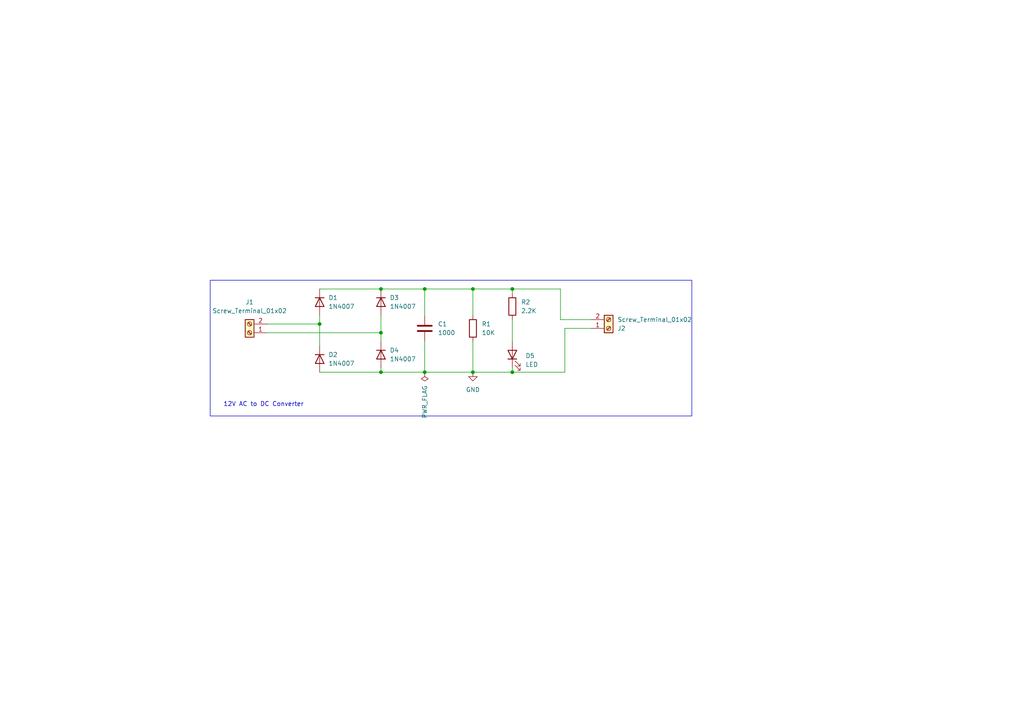
<source format=kicad_sch>
(kicad_sch
	(version 20231120)
	(generator "eeschema")
	(generator_version "8.0")
	(uuid "9e580c80-fe04-4697-8e44-9bc7bcd6dfa1")
	(paper "A4")
	(lib_symbols
		(symbol "Connector:Screw_Terminal_01x02"
			(pin_names
				(offset 1.016) hide)
			(exclude_from_sim no)
			(in_bom yes)
			(on_board yes)
			(property "Reference" "J"
				(at 0 2.54 0)
				(effects
					(font
						(size 1.27 1.27)
					)
				)
			)
			(property "Value" "Screw_Terminal_01x02"
				(at 0 -5.08 0)
				(effects
					(font
						(size 1.27 1.27)
					)
				)
			)
			(property "Footprint" ""
				(at 0 0 0)
				(effects
					(font
						(size 1.27 1.27)
					)
					(hide yes)
				)
			)
			(property "Datasheet" "~"
				(at 0 0 0)
				(effects
					(font
						(size 1.27 1.27)
					)
					(hide yes)
				)
			)
			(property "Description" "Generic screw terminal, single row, 01x02, script generated (kicad-library-utils/schlib/autogen/connector/)"
				(at 0 0 0)
				(effects
					(font
						(size 1.27 1.27)
					)
					(hide yes)
				)
			)
			(property "ki_keywords" "screw terminal"
				(at 0 0 0)
				(effects
					(font
						(size 1.27 1.27)
					)
					(hide yes)
				)
			)
			(property "ki_fp_filters" "TerminalBlock*:*"
				(at 0 0 0)
				(effects
					(font
						(size 1.27 1.27)
					)
					(hide yes)
				)
			)
			(symbol "Screw_Terminal_01x02_1_1"
				(rectangle
					(start -1.27 1.27)
					(end 1.27 -3.81)
					(stroke
						(width 0.254)
						(type default)
					)
					(fill
						(type background)
					)
				)
				(circle
					(center 0 -2.54)
					(radius 0.635)
					(stroke
						(width 0.1524)
						(type default)
					)
					(fill
						(type none)
					)
				)
				(polyline
					(pts
						(xy -0.5334 -2.2098) (xy 0.3302 -3.048)
					)
					(stroke
						(width 0.1524)
						(type default)
					)
					(fill
						(type none)
					)
				)
				(polyline
					(pts
						(xy -0.5334 0.3302) (xy 0.3302 -0.508)
					)
					(stroke
						(width 0.1524)
						(type default)
					)
					(fill
						(type none)
					)
				)
				(polyline
					(pts
						(xy -0.3556 -2.032) (xy 0.508 -2.8702)
					)
					(stroke
						(width 0.1524)
						(type default)
					)
					(fill
						(type none)
					)
				)
				(polyline
					(pts
						(xy -0.3556 0.508) (xy 0.508 -0.3302)
					)
					(stroke
						(width 0.1524)
						(type default)
					)
					(fill
						(type none)
					)
				)
				(circle
					(center 0 0)
					(radius 0.635)
					(stroke
						(width 0.1524)
						(type default)
					)
					(fill
						(type none)
					)
				)
				(pin passive line
					(at -5.08 0 0)
					(length 3.81)
					(name "Pin_1"
						(effects
							(font
								(size 1.27 1.27)
							)
						)
					)
					(number "1"
						(effects
							(font
								(size 1.27 1.27)
							)
						)
					)
				)
				(pin passive line
					(at -5.08 -2.54 0)
					(length 3.81)
					(name "Pin_2"
						(effects
							(font
								(size 1.27 1.27)
							)
						)
					)
					(number "2"
						(effects
							(font
								(size 1.27 1.27)
							)
						)
					)
				)
			)
		)
		(symbol "Device:C"
			(pin_numbers hide)
			(pin_names
				(offset 0.254)
			)
			(exclude_from_sim no)
			(in_bom yes)
			(on_board yes)
			(property "Reference" "C"
				(at 0.635 2.54 0)
				(effects
					(font
						(size 1.27 1.27)
					)
					(justify left)
				)
			)
			(property "Value" "C"
				(at 0.635 -2.54 0)
				(effects
					(font
						(size 1.27 1.27)
					)
					(justify left)
				)
			)
			(property "Footprint" ""
				(at 0.9652 -3.81 0)
				(effects
					(font
						(size 1.27 1.27)
					)
					(hide yes)
				)
			)
			(property "Datasheet" "~"
				(at 0 0 0)
				(effects
					(font
						(size 1.27 1.27)
					)
					(hide yes)
				)
			)
			(property "Description" "Unpolarized capacitor"
				(at 0 0 0)
				(effects
					(font
						(size 1.27 1.27)
					)
					(hide yes)
				)
			)
			(property "ki_keywords" "cap capacitor"
				(at 0 0 0)
				(effects
					(font
						(size 1.27 1.27)
					)
					(hide yes)
				)
			)
			(property "ki_fp_filters" "C_*"
				(at 0 0 0)
				(effects
					(font
						(size 1.27 1.27)
					)
					(hide yes)
				)
			)
			(symbol "C_0_1"
				(polyline
					(pts
						(xy -2.032 -0.762) (xy 2.032 -0.762)
					)
					(stroke
						(width 0.508)
						(type default)
					)
					(fill
						(type none)
					)
				)
				(polyline
					(pts
						(xy -2.032 0.762) (xy 2.032 0.762)
					)
					(stroke
						(width 0.508)
						(type default)
					)
					(fill
						(type none)
					)
				)
			)
			(symbol "C_1_1"
				(pin passive line
					(at 0 3.81 270)
					(length 2.794)
					(name "~"
						(effects
							(font
								(size 1.27 1.27)
							)
						)
					)
					(number "1"
						(effects
							(font
								(size 1.27 1.27)
							)
						)
					)
				)
				(pin passive line
					(at 0 -3.81 90)
					(length 2.794)
					(name "~"
						(effects
							(font
								(size 1.27 1.27)
							)
						)
					)
					(number "2"
						(effects
							(font
								(size 1.27 1.27)
							)
						)
					)
				)
			)
		)
		(symbol "Device:LED"
			(pin_numbers hide)
			(pin_names
				(offset 1.016) hide)
			(exclude_from_sim no)
			(in_bom yes)
			(on_board yes)
			(property "Reference" "D"
				(at 0 2.54 0)
				(effects
					(font
						(size 1.27 1.27)
					)
				)
			)
			(property "Value" "LED"
				(at 0 -2.54 0)
				(effects
					(font
						(size 1.27 1.27)
					)
				)
			)
			(property "Footprint" ""
				(at 0 0 0)
				(effects
					(font
						(size 1.27 1.27)
					)
					(hide yes)
				)
			)
			(property "Datasheet" "~"
				(at 0 0 0)
				(effects
					(font
						(size 1.27 1.27)
					)
					(hide yes)
				)
			)
			(property "Description" "Light emitting diode"
				(at 0 0 0)
				(effects
					(font
						(size 1.27 1.27)
					)
					(hide yes)
				)
			)
			(property "ki_keywords" "LED diode"
				(at 0 0 0)
				(effects
					(font
						(size 1.27 1.27)
					)
					(hide yes)
				)
			)
			(property "ki_fp_filters" "LED* LED_SMD:* LED_THT:*"
				(at 0 0 0)
				(effects
					(font
						(size 1.27 1.27)
					)
					(hide yes)
				)
			)
			(symbol "LED_0_1"
				(polyline
					(pts
						(xy -1.27 -1.27) (xy -1.27 1.27)
					)
					(stroke
						(width 0.254)
						(type default)
					)
					(fill
						(type none)
					)
				)
				(polyline
					(pts
						(xy -1.27 0) (xy 1.27 0)
					)
					(stroke
						(width 0)
						(type default)
					)
					(fill
						(type none)
					)
				)
				(polyline
					(pts
						(xy 1.27 -1.27) (xy 1.27 1.27) (xy -1.27 0) (xy 1.27 -1.27)
					)
					(stroke
						(width 0.254)
						(type default)
					)
					(fill
						(type none)
					)
				)
				(polyline
					(pts
						(xy -3.048 -0.762) (xy -4.572 -2.286) (xy -3.81 -2.286) (xy -4.572 -2.286) (xy -4.572 -1.524)
					)
					(stroke
						(width 0)
						(type default)
					)
					(fill
						(type none)
					)
				)
				(polyline
					(pts
						(xy -1.778 -0.762) (xy -3.302 -2.286) (xy -2.54 -2.286) (xy -3.302 -2.286) (xy -3.302 -1.524)
					)
					(stroke
						(width 0)
						(type default)
					)
					(fill
						(type none)
					)
				)
			)
			(symbol "LED_1_1"
				(pin passive line
					(at -3.81 0 0)
					(length 2.54)
					(name "K"
						(effects
							(font
								(size 1.27 1.27)
							)
						)
					)
					(number "1"
						(effects
							(font
								(size 1.27 1.27)
							)
						)
					)
				)
				(pin passive line
					(at 3.81 0 180)
					(length 2.54)
					(name "A"
						(effects
							(font
								(size 1.27 1.27)
							)
						)
					)
					(number "2"
						(effects
							(font
								(size 1.27 1.27)
							)
						)
					)
				)
			)
		)
		(symbol "Device:R"
			(pin_numbers hide)
			(pin_names
				(offset 0)
			)
			(exclude_from_sim no)
			(in_bom yes)
			(on_board yes)
			(property "Reference" "R"
				(at 2.032 0 90)
				(effects
					(font
						(size 1.27 1.27)
					)
				)
			)
			(property "Value" "R"
				(at 0 0 90)
				(effects
					(font
						(size 1.27 1.27)
					)
				)
			)
			(property "Footprint" ""
				(at -1.778 0 90)
				(effects
					(font
						(size 1.27 1.27)
					)
					(hide yes)
				)
			)
			(property "Datasheet" "~"
				(at 0 0 0)
				(effects
					(font
						(size 1.27 1.27)
					)
					(hide yes)
				)
			)
			(property "Description" "Resistor"
				(at 0 0 0)
				(effects
					(font
						(size 1.27 1.27)
					)
					(hide yes)
				)
			)
			(property "ki_keywords" "R res resistor"
				(at 0 0 0)
				(effects
					(font
						(size 1.27 1.27)
					)
					(hide yes)
				)
			)
			(property "ki_fp_filters" "R_*"
				(at 0 0 0)
				(effects
					(font
						(size 1.27 1.27)
					)
					(hide yes)
				)
			)
			(symbol "R_0_1"
				(rectangle
					(start -1.016 -2.54)
					(end 1.016 2.54)
					(stroke
						(width 0.254)
						(type default)
					)
					(fill
						(type none)
					)
				)
			)
			(symbol "R_1_1"
				(pin passive line
					(at 0 3.81 270)
					(length 1.27)
					(name "~"
						(effects
							(font
								(size 1.27 1.27)
							)
						)
					)
					(number "1"
						(effects
							(font
								(size 1.27 1.27)
							)
						)
					)
				)
				(pin passive line
					(at 0 -3.81 90)
					(length 1.27)
					(name "~"
						(effects
							(font
								(size 1.27 1.27)
							)
						)
					)
					(number "2"
						(effects
							(font
								(size 1.27 1.27)
							)
						)
					)
				)
			)
		)
		(symbol "Diode:1N4007"
			(pin_numbers hide)
			(pin_names hide)
			(exclude_from_sim no)
			(in_bom yes)
			(on_board yes)
			(property "Reference" "D"
				(at 0 2.54 0)
				(effects
					(font
						(size 1.27 1.27)
					)
				)
			)
			(property "Value" "1N4007"
				(at 0 -2.54 0)
				(effects
					(font
						(size 1.27 1.27)
					)
				)
			)
			(property "Footprint" "Diode_THT:D_DO-41_SOD81_P10.16mm_Horizontal"
				(at 0 -4.445 0)
				(effects
					(font
						(size 1.27 1.27)
					)
					(hide yes)
				)
			)
			(property "Datasheet" "http://www.vishay.com/docs/88503/1n4001.pdf"
				(at 0 0 0)
				(effects
					(font
						(size 1.27 1.27)
					)
					(hide yes)
				)
			)
			(property "Description" "1000V 1A General Purpose Rectifier Diode, DO-41"
				(at 0 0 0)
				(effects
					(font
						(size 1.27 1.27)
					)
					(hide yes)
				)
			)
			(property "Sim.Device" "D"
				(at 0 0 0)
				(effects
					(font
						(size 1.27 1.27)
					)
					(hide yes)
				)
			)
			(property "Sim.Pins" "1=K 2=A"
				(at 0 0 0)
				(effects
					(font
						(size 1.27 1.27)
					)
					(hide yes)
				)
			)
			(property "ki_keywords" "diode"
				(at 0 0 0)
				(effects
					(font
						(size 1.27 1.27)
					)
					(hide yes)
				)
			)
			(property "ki_fp_filters" "D*DO?41*"
				(at 0 0 0)
				(effects
					(font
						(size 1.27 1.27)
					)
					(hide yes)
				)
			)
			(symbol "1N4007_0_1"
				(polyline
					(pts
						(xy -1.27 1.27) (xy -1.27 -1.27)
					)
					(stroke
						(width 0.254)
						(type default)
					)
					(fill
						(type none)
					)
				)
				(polyline
					(pts
						(xy 1.27 0) (xy -1.27 0)
					)
					(stroke
						(width 0)
						(type default)
					)
					(fill
						(type none)
					)
				)
				(polyline
					(pts
						(xy 1.27 1.27) (xy 1.27 -1.27) (xy -1.27 0) (xy 1.27 1.27)
					)
					(stroke
						(width 0.254)
						(type default)
					)
					(fill
						(type none)
					)
				)
			)
			(symbol "1N4007_1_1"
				(pin passive line
					(at -3.81 0 0)
					(length 2.54)
					(name "K"
						(effects
							(font
								(size 1.27 1.27)
							)
						)
					)
					(number "1"
						(effects
							(font
								(size 1.27 1.27)
							)
						)
					)
				)
				(pin passive line
					(at 3.81 0 180)
					(length 2.54)
					(name "A"
						(effects
							(font
								(size 1.27 1.27)
							)
						)
					)
					(number "2"
						(effects
							(font
								(size 1.27 1.27)
							)
						)
					)
				)
			)
		)
		(symbol "power:GND"
			(power)
			(pin_numbers hide)
			(pin_names
				(offset 0) hide)
			(exclude_from_sim no)
			(in_bom yes)
			(on_board yes)
			(property "Reference" "#PWR"
				(at 0 -6.35 0)
				(effects
					(font
						(size 1.27 1.27)
					)
					(hide yes)
				)
			)
			(property "Value" "GND"
				(at 0 -3.81 0)
				(effects
					(font
						(size 1.27 1.27)
					)
				)
			)
			(property "Footprint" ""
				(at 0 0 0)
				(effects
					(font
						(size 1.27 1.27)
					)
					(hide yes)
				)
			)
			(property "Datasheet" ""
				(at 0 0 0)
				(effects
					(font
						(size 1.27 1.27)
					)
					(hide yes)
				)
			)
			(property "Description" "Power symbol creates a global label with name \"GND\" , ground"
				(at 0 0 0)
				(effects
					(font
						(size 1.27 1.27)
					)
					(hide yes)
				)
			)
			(property "ki_keywords" "global power"
				(at 0 0 0)
				(effects
					(font
						(size 1.27 1.27)
					)
					(hide yes)
				)
			)
			(symbol "GND_0_1"
				(polyline
					(pts
						(xy 0 0) (xy 0 -1.27) (xy 1.27 -1.27) (xy 0 -2.54) (xy -1.27 -1.27) (xy 0 -1.27)
					)
					(stroke
						(width 0)
						(type default)
					)
					(fill
						(type none)
					)
				)
			)
			(symbol "GND_1_1"
				(pin power_in line
					(at 0 0 270)
					(length 0)
					(name "~"
						(effects
							(font
								(size 1.27 1.27)
							)
						)
					)
					(number "1"
						(effects
							(font
								(size 1.27 1.27)
							)
						)
					)
				)
			)
		)
		(symbol "power:PWR_FLAG"
			(power)
			(pin_numbers hide)
			(pin_names
				(offset 0) hide)
			(exclude_from_sim no)
			(in_bom yes)
			(on_board yes)
			(property "Reference" "#FLG"
				(at 0 1.905 0)
				(effects
					(font
						(size 1.27 1.27)
					)
					(hide yes)
				)
			)
			(property "Value" "PWR_FLAG"
				(at 0 3.81 0)
				(effects
					(font
						(size 1.27 1.27)
					)
				)
			)
			(property "Footprint" ""
				(at 0 0 0)
				(effects
					(font
						(size 1.27 1.27)
					)
					(hide yes)
				)
			)
			(property "Datasheet" "~"
				(at 0 0 0)
				(effects
					(font
						(size 1.27 1.27)
					)
					(hide yes)
				)
			)
			(property "Description" "Special symbol for telling ERC where power comes from"
				(at 0 0 0)
				(effects
					(font
						(size 1.27 1.27)
					)
					(hide yes)
				)
			)
			(property "ki_keywords" "flag power"
				(at 0 0 0)
				(effects
					(font
						(size 1.27 1.27)
					)
					(hide yes)
				)
			)
			(symbol "PWR_FLAG_0_0"
				(pin power_out line
					(at 0 0 90)
					(length 0)
					(name "~"
						(effects
							(font
								(size 1.27 1.27)
							)
						)
					)
					(number "1"
						(effects
							(font
								(size 1.27 1.27)
							)
						)
					)
				)
			)
			(symbol "PWR_FLAG_0_1"
				(polyline
					(pts
						(xy 0 0) (xy 0 1.27) (xy -1.016 1.905) (xy 0 2.54) (xy 1.016 1.905) (xy 0 1.27)
					)
					(stroke
						(width 0)
						(type default)
					)
					(fill
						(type none)
					)
				)
			)
		)
	)
	(junction
		(at 110.49 107.95)
		(diameter 0)
		(color 0 0 0 0)
		(uuid "081f69dd-c014-4192-9b1b-8455a309c049")
	)
	(junction
		(at 110.49 83.82)
		(diameter 0)
		(color 0 0 0 0)
		(uuid "1519b377-57ac-49a6-971a-aa889260baea")
	)
	(junction
		(at 137.16 83.82)
		(diameter 0)
		(color 0 0 0 0)
		(uuid "1781fb5b-aa97-46af-9ed0-5793cdc5dd4e")
	)
	(junction
		(at 92.71 93.98)
		(diameter 0)
		(color 0 0 0 0)
		(uuid "21f7274f-7f12-4e22-8938-81b5582f8c5b")
	)
	(junction
		(at 148.59 107.95)
		(diameter 0)
		(color 0 0 0 0)
		(uuid "584d345a-d6f3-402c-b2e4-3fe2003246c7")
	)
	(junction
		(at 110.49 96.52)
		(diameter 0)
		(color 0 0 0 0)
		(uuid "892cc4ff-d7c3-4e2f-9544-cb218261b0ed")
	)
	(junction
		(at 123.19 83.82)
		(diameter 0)
		(color 0 0 0 0)
		(uuid "baa2416d-f180-4f98-9cde-40e2018f5a98")
	)
	(junction
		(at 137.16 107.95)
		(diameter 0)
		(color 0 0 0 0)
		(uuid "cfe78c42-51b2-4e4d-ad78-de154b975c08")
	)
	(junction
		(at 148.59 83.82)
		(diameter 0)
		(color 0 0 0 0)
		(uuid "d7c9a477-d437-46a2-9f6b-e112468cbc4a")
	)
	(junction
		(at 123.19 107.95)
		(diameter 0)
		(color 0 0 0 0)
		(uuid "fcc11fdb-e8aa-48eb-b9a5-f19ceb0d26ba")
	)
	(wire
		(pts
			(xy 92.71 83.82) (xy 110.49 83.82)
		)
		(stroke
			(width 0)
			(type default)
		)
		(uuid "00b38a3f-0626-4eb6-b9a1-0dbf1284d399")
	)
	(wire
		(pts
			(xy 163.83 95.25) (xy 171.45 95.25)
		)
		(stroke
			(width 0)
			(type default)
		)
		(uuid "01ee602d-cb6a-4ae6-90a7-9139b0175d4c")
	)
	(wire
		(pts
			(xy 123.19 107.95) (xy 137.16 107.95)
		)
		(stroke
			(width 0)
			(type default)
		)
		(uuid "0aedccc3-24ac-4dcb-a13f-e98fca42755b")
	)
	(wire
		(pts
			(xy 110.49 106.68) (xy 110.49 107.95)
		)
		(stroke
			(width 0)
			(type default)
		)
		(uuid "0c4c29a2-5e09-4320-9f40-0beaf183a33c")
	)
	(wire
		(pts
			(xy 77.47 93.98) (xy 92.71 93.98)
		)
		(stroke
			(width 0)
			(type default)
		)
		(uuid "0fd04baf-ecb6-4d00-a5a6-17c8be62e808")
	)
	(wire
		(pts
			(xy 123.19 83.82) (xy 123.19 91.44)
		)
		(stroke
			(width 0)
			(type default)
		)
		(uuid "2456134a-75cf-4a6b-ae24-84e4b7eda2e8")
	)
	(wire
		(pts
			(xy 137.16 107.95) (xy 148.59 107.95)
		)
		(stroke
			(width 0)
			(type default)
		)
		(uuid "27fdaf00-81fc-469d-a187-cfec3fc86c30")
	)
	(wire
		(pts
			(xy 77.47 96.52) (xy 110.49 96.52)
		)
		(stroke
			(width 0)
			(type default)
		)
		(uuid "31467350-c8c8-468b-969e-477286c24959")
	)
	(wire
		(pts
			(xy 162.56 92.71) (xy 171.45 92.71)
		)
		(stroke
			(width 0)
			(type default)
		)
		(uuid "3210e4d9-2360-4b3e-b5f0-90f2a57c4d96")
	)
	(wire
		(pts
			(xy 92.71 93.98) (xy 92.71 100.33)
		)
		(stroke
			(width 0)
			(type default)
		)
		(uuid "3ac20399-75de-4338-aaec-033e4546f5ea")
	)
	(wire
		(pts
			(xy 110.49 91.44) (xy 110.49 96.52)
		)
		(stroke
			(width 0)
			(type default)
		)
		(uuid "3d68c454-9bf0-44b0-8ad5-1ffacb940b16")
	)
	(wire
		(pts
			(xy 110.49 107.95) (xy 123.19 107.95)
		)
		(stroke
			(width 0)
			(type default)
		)
		(uuid "4d9a0922-5bb6-4ac5-ba9d-ff61fb1c711e")
	)
	(wire
		(pts
			(xy 92.71 91.44) (xy 92.71 93.98)
		)
		(stroke
			(width 0)
			(type default)
		)
		(uuid "5346dc5c-3022-4127-add5-22ffc0fa1b8a")
	)
	(wire
		(pts
			(xy 148.59 107.95) (xy 163.83 107.95)
		)
		(stroke
			(width 0)
			(type default)
		)
		(uuid "5d1faceb-ad96-4ace-b08a-4be91631a33b")
	)
	(wire
		(pts
			(xy 148.59 107.95) (xy 148.59 106.68)
		)
		(stroke
			(width 0)
			(type default)
		)
		(uuid "61c2af81-0746-4bf5-a06c-5b071ed12f0e")
	)
	(wire
		(pts
			(xy 110.49 83.82) (xy 123.19 83.82)
		)
		(stroke
			(width 0)
			(type default)
		)
		(uuid "7624d8fb-39fc-4f12-8db3-8636e0418cbc")
	)
	(wire
		(pts
			(xy 137.16 99.06) (xy 137.16 107.95)
		)
		(stroke
			(width 0)
			(type default)
		)
		(uuid "8f74f4e6-e359-4598-bb1f-29ac46bbd4a0")
	)
	(wire
		(pts
			(xy 123.19 83.82) (xy 137.16 83.82)
		)
		(stroke
			(width 0)
			(type default)
		)
		(uuid "9948b62e-9328-42b9-86f8-a2661bcba16a")
	)
	(wire
		(pts
			(xy 163.83 107.95) (xy 163.83 95.25)
		)
		(stroke
			(width 0)
			(type default)
		)
		(uuid "a12b08ae-d1a8-4a9a-96d5-5f5345b6eee3")
	)
	(wire
		(pts
			(xy 148.59 83.82) (xy 162.56 83.82)
		)
		(stroke
			(width 0)
			(type default)
		)
		(uuid "aab679da-9df5-4945-a074-58537470f4a7")
	)
	(wire
		(pts
			(xy 137.16 83.82) (xy 137.16 91.44)
		)
		(stroke
			(width 0)
			(type default)
		)
		(uuid "ada573f5-5404-4b91-908b-ea2924faf86b")
	)
	(wire
		(pts
			(xy 148.59 83.82) (xy 148.59 85.09)
		)
		(stroke
			(width 0)
			(type default)
		)
		(uuid "b5a67198-299c-478a-b5fd-61543f35e51b")
	)
	(wire
		(pts
			(xy 92.71 107.95) (xy 110.49 107.95)
		)
		(stroke
			(width 0)
			(type default)
		)
		(uuid "bf44ebc8-baa9-44da-a828-69a9a944c052")
	)
	(wire
		(pts
			(xy 137.16 83.82) (xy 148.59 83.82)
		)
		(stroke
			(width 0)
			(type default)
		)
		(uuid "d21ba34d-d833-4a17-89c5-5d530299c857")
	)
	(wire
		(pts
			(xy 123.19 99.06) (xy 123.19 107.95)
		)
		(stroke
			(width 0)
			(type default)
		)
		(uuid "d7c3e400-ed66-47b2-9270-3477871cbaea")
	)
	(wire
		(pts
			(xy 148.59 92.71) (xy 148.59 99.06)
		)
		(stroke
			(width 0)
			(type default)
		)
		(uuid "ddccea9f-e67c-48d3-8048-f48043963af7")
	)
	(wire
		(pts
			(xy 162.56 83.82) (xy 162.56 92.71)
		)
		(stroke
			(width 0)
			(type default)
		)
		(uuid "f3e0d760-8940-4011-8463-787132148c4e")
	)
	(wire
		(pts
			(xy 110.49 96.52) (xy 110.49 99.06)
		)
		(stroke
			(width 0)
			(type default)
		)
		(uuid "fbe4859a-0fde-4a85-a00b-1d785cb6ed81")
	)
	(rectangle
		(start 60.96 81.28)
		(end 200.66 120.65)
		(stroke
			(width 0)
			(type default)
		)
		(fill
			(type none)
		)
		(uuid 0b1ff46c-8690-4b89-b44f-6b47057b2d43)
	)
	(text "12V AC to DC Converter"
		(exclude_from_sim no)
		(at 76.454 117.348 0)
		(effects
			(font
				(size 1.27 1.27)
			)
		)
		(uuid "5a260ef4-ce9e-451f-a87d-a792be44e93b")
	)
	(symbol
		(lib_id "Device:C")
		(at 123.19 95.25 0)
		(unit 1)
		(exclude_from_sim no)
		(in_bom yes)
		(on_board yes)
		(dnp no)
		(fields_autoplaced yes)
		(uuid "0a8c0c76-1a40-4eb6-871b-44ac12f347db")
		(property "Reference" "C1"
			(at 127 93.9799 0)
			(effects
				(font
					(size 1.27 1.27)
				)
				(justify left)
			)
		)
		(property "Value" "1000"
			(at 127 96.5199 0)
			(effects
				(font
					(size 1.27 1.27)
				)
				(justify left)
			)
		)
		(property "Footprint" "Capacitor_THT:CP_Radial_D8.0mm_P2.50mm"
			(at 124.1552 99.06 0)
			(effects
				(font
					(size 1.27 1.27)
				)
				(hide yes)
			)
		)
		(property "Datasheet" "~"
			(at 123.19 95.25 0)
			(effects
				(font
					(size 1.27 1.27)
				)
				(hide yes)
			)
		)
		(property "Description" "Unpolarized capacitor"
			(at 123.19 95.25 0)
			(effects
				(font
					(size 1.27 1.27)
				)
				(hide yes)
			)
		)
		(pin "2"
			(uuid "21a359cf-f5af-4e1a-9378-b6c448bd42de")
		)
		(pin "1"
			(uuid "3e4f63c4-6951-4902-9df3-2a8ee91baac2")
		)
		(instances
			(project ""
				(path "/9e580c80-fe04-4697-8e44-9bc7bcd6dfa1"
					(reference "C1")
					(unit 1)
				)
			)
		)
	)
	(symbol
		(lib_id "Diode:1N4007")
		(at 110.49 102.87 270)
		(unit 1)
		(exclude_from_sim no)
		(in_bom yes)
		(on_board yes)
		(dnp no)
		(fields_autoplaced yes)
		(uuid "167a9464-2eb9-4444-88f1-02853f8be105")
		(property "Reference" "D4"
			(at 113.03 101.5999 90)
			(effects
				(font
					(size 1.27 1.27)
				)
				(justify left)
			)
		)
		(property "Value" "1N4007"
			(at 113.03 104.1399 90)
			(effects
				(font
					(size 1.27 1.27)
				)
				(justify left)
			)
		)
		(property "Footprint" "Diode_THT:D_DO-41_SOD81_P10.16mm_Horizontal"
			(at 106.045 102.87 0)
			(effects
				(font
					(size 1.27 1.27)
				)
				(hide yes)
			)
		)
		(property "Datasheet" "http://www.vishay.com/docs/88503/1n4001.pdf"
			(at 110.49 102.87 0)
			(effects
				(font
					(size 1.27 1.27)
				)
				(hide yes)
			)
		)
		(property "Description" "1000V 1A General Purpose Rectifier Diode, DO-41"
			(at 110.49 102.87 0)
			(effects
				(font
					(size 1.27 1.27)
				)
				(hide yes)
			)
		)
		(property "Sim.Device" "D"
			(at 110.49 102.87 0)
			(effects
				(font
					(size 1.27 1.27)
				)
				(hide yes)
			)
		)
		(property "Sim.Pins" "1=K 2=A"
			(at 110.49 102.87 0)
			(effects
				(font
					(size 1.27 1.27)
				)
				(hide yes)
			)
		)
		(pin "2"
			(uuid "d842e31a-6073-4f93-b5c6-cd6931c7b197")
		)
		(pin "1"
			(uuid "e1bd7106-6f97-412c-9c7e-3e2002607b4b")
		)
		(instances
			(project "AC to DC Converter"
				(path "/9e580c80-fe04-4697-8e44-9bc7bcd6dfa1"
					(reference "D4")
					(unit 1)
				)
			)
		)
	)
	(symbol
		(lib_id "Device:LED")
		(at 148.59 102.87 90)
		(unit 1)
		(exclude_from_sim no)
		(in_bom yes)
		(on_board yes)
		(dnp no)
		(fields_autoplaced yes)
		(uuid "4d9ee8e1-5e84-45ea-9cee-3b73ef2cbb1d")
		(property "Reference" "D5"
			(at 152.4 103.1874 90)
			(effects
				(font
					(size 1.27 1.27)
				)
				(justify right)
			)
		)
		(property "Value" "LED"
			(at 152.4 105.7274 90)
			(effects
				(font
					(size 1.27 1.27)
				)
				(justify right)
			)
		)
		(property "Footprint" "LED_THT:LED_D5.0mm"
			(at 148.59 102.87 0)
			(effects
				(font
					(size 1.27 1.27)
				)
				(hide yes)
			)
		)
		(property "Datasheet" "~"
			(at 148.59 102.87 0)
			(effects
				(font
					(size 1.27 1.27)
				)
				(hide yes)
			)
		)
		(property "Description" "Light emitting diode"
			(at 148.59 102.87 0)
			(effects
				(font
					(size 1.27 1.27)
				)
				(hide yes)
			)
		)
		(pin "2"
			(uuid "b0de806c-9b91-4990-857d-a1372fa0c976")
		)
		(pin "1"
			(uuid "7901b423-1317-4efa-bbf4-60c1e86df318")
		)
		(instances
			(project ""
				(path "/9e580c80-fe04-4697-8e44-9bc7bcd6dfa1"
					(reference "D5")
					(unit 1)
				)
			)
		)
	)
	(symbol
		(lib_id "Connector:Screw_Terminal_01x02")
		(at 72.39 96.52 180)
		(unit 1)
		(exclude_from_sim no)
		(in_bom yes)
		(on_board yes)
		(dnp no)
		(fields_autoplaced yes)
		(uuid "55714021-789f-4f32-86d6-353e0a4d1f9e")
		(property "Reference" "J1"
			(at 72.39 87.63 0)
			(effects
				(font
					(size 1.27 1.27)
				)
			)
		)
		(property "Value" "Screw_Terminal_01x02"
			(at 72.39 90.17 0)
			(effects
				(font
					(size 1.27 1.27)
				)
			)
		)
		(property "Footprint" "TerminalBlock:TerminalBlock_bornier-2_P5.08mm"
			(at 72.39 96.52 0)
			(effects
				(font
					(size 1.27 1.27)
				)
				(hide yes)
			)
		)
		(property "Datasheet" "~"
			(at 72.39 96.52 0)
			(effects
				(font
					(size 1.27 1.27)
				)
				(hide yes)
			)
		)
		(property "Description" "Generic screw terminal, single row, 01x02, script generated (kicad-library-utils/schlib/autogen/connector/)"
			(at 72.39 96.52 0)
			(effects
				(font
					(size 1.27 1.27)
				)
				(hide yes)
			)
		)
		(pin "2"
			(uuid "99d8f995-6c60-4f85-a14e-aaa4bbdc1a41")
		)
		(pin "1"
			(uuid "8ecfdd7a-9efd-4983-a2ff-3456a88cd325")
		)
		(instances
			(project ""
				(path "/9e580c80-fe04-4697-8e44-9bc7bcd6dfa1"
					(reference "J1")
					(unit 1)
				)
			)
		)
	)
	(symbol
		(lib_id "Diode:1N4007")
		(at 92.71 104.14 270)
		(unit 1)
		(exclude_from_sim no)
		(in_bom yes)
		(on_board yes)
		(dnp no)
		(fields_autoplaced yes)
		(uuid "649cbfce-963e-46ce-ac54-e1478d3eb9e7")
		(property "Reference" "D2"
			(at 95.25 102.8699 90)
			(effects
				(font
					(size 1.27 1.27)
				)
				(justify left)
			)
		)
		(property "Value" "1N4007"
			(at 95.25 105.4099 90)
			(effects
				(font
					(size 1.27 1.27)
				)
				(justify left)
			)
		)
		(property "Footprint" "Diode_THT:D_DO-41_SOD81_P10.16mm_Horizontal"
			(at 88.265 104.14 0)
			(effects
				(font
					(size 1.27 1.27)
				)
				(hide yes)
			)
		)
		(property "Datasheet" "http://www.vishay.com/docs/88503/1n4001.pdf"
			(at 92.71 104.14 0)
			(effects
				(font
					(size 1.27 1.27)
				)
				(hide yes)
			)
		)
		(property "Description" "1000V 1A General Purpose Rectifier Diode, DO-41"
			(at 92.71 104.14 0)
			(effects
				(font
					(size 1.27 1.27)
				)
				(hide yes)
			)
		)
		(property "Sim.Device" "D"
			(at 92.71 104.14 0)
			(effects
				(font
					(size 1.27 1.27)
				)
				(hide yes)
			)
		)
		(property "Sim.Pins" "1=K 2=A"
			(at 92.71 104.14 0)
			(effects
				(font
					(size 1.27 1.27)
				)
				(hide yes)
			)
		)
		(pin "2"
			(uuid "275fa9c6-1c79-42e7-a08a-3280596987d9")
		)
		(pin "1"
			(uuid "f540e5ad-5fbe-464c-8012-c5d2c5c67624")
		)
		(instances
			(project "AC to DC Converter"
				(path "/9e580c80-fe04-4697-8e44-9bc7bcd6dfa1"
					(reference "D2")
					(unit 1)
				)
			)
		)
	)
	(symbol
		(lib_id "Diode:1N4007")
		(at 92.71 87.63 270)
		(unit 1)
		(exclude_from_sim no)
		(in_bom yes)
		(on_board yes)
		(dnp no)
		(fields_autoplaced yes)
		(uuid "68f4f305-b0de-48ea-8465-3faba0ea49c4")
		(property "Reference" "D1"
			(at 95.25 86.3599 90)
			(effects
				(font
					(size 1.27 1.27)
				)
				(justify left)
			)
		)
		(property "Value" "1N4007"
			(at 95.25 88.8999 90)
			(effects
				(font
					(size 1.27 1.27)
				)
				(justify left)
			)
		)
		(property "Footprint" "Diode_THT:D_DO-41_SOD81_P10.16mm_Horizontal"
			(at 88.265 87.63 0)
			(effects
				(font
					(size 1.27 1.27)
				)
				(hide yes)
			)
		)
		(property "Datasheet" "http://www.vishay.com/docs/88503/1n4001.pdf"
			(at 92.71 87.63 0)
			(effects
				(font
					(size 1.27 1.27)
				)
				(hide yes)
			)
		)
		(property "Description" "1000V 1A General Purpose Rectifier Diode, DO-41"
			(at 92.71 87.63 0)
			(effects
				(font
					(size 1.27 1.27)
				)
				(hide yes)
			)
		)
		(property "Sim.Device" "D"
			(at 92.71 87.63 0)
			(effects
				(font
					(size 1.27 1.27)
				)
				(hide yes)
			)
		)
		(property "Sim.Pins" "1=K 2=A"
			(at 92.71 87.63 0)
			(effects
				(font
					(size 1.27 1.27)
				)
				(hide yes)
			)
		)
		(pin "2"
			(uuid "e222e958-e5b8-4336-8090-42755723b681")
		)
		(pin "1"
			(uuid "d0a712bf-3b93-4143-baf7-97e462b37195")
		)
		(instances
			(project ""
				(path "/9e580c80-fe04-4697-8e44-9bc7bcd6dfa1"
					(reference "D1")
					(unit 1)
				)
			)
		)
	)
	(symbol
		(lib_id "power:PWR_FLAG")
		(at 123.19 107.95 0)
		(mirror x)
		(unit 1)
		(exclude_from_sim no)
		(in_bom yes)
		(on_board yes)
		(dnp no)
		(uuid "7266e299-dc3f-457c-ba32-409219a9341e")
		(property "Reference" "#FLG01"
			(at 123.19 109.855 0)
			(effects
				(font
					(size 1.27 1.27)
				)
				(hide yes)
			)
		)
		(property "Value" "PWR_FLAG"
			(at 123.1899 111.76 90)
			(effects
				(font
					(size 1.27 1.27)
				)
				(justify left)
			)
		)
		(property "Footprint" ""
			(at 123.19 107.95 0)
			(effects
				(font
					(size 1.27 1.27)
				)
				(hide yes)
			)
		)
		(property "Datasheet" "~"
			(at 123.19 107.95 0)
			(effects
				(font
					(size 1.27 1.27)
				)
				(hide yes)
			)
		)
		(property "Description" "Special symbol for telling ERC where power comes from"
			(at 123.19 107.95 0)
			(effects
				(font
					(size 1.27 1.27)
				)
				(hide yes)
			)
		)
		(pin "1"
			(uuid "d787e5be-1d68-4956-8b48-e515d9ab2d19")
		)
		(instances
			(project ""
				(path "/9e580c80-fe04-4697-8e44-9bc7bcd6dfa1"
					(reference "#FLG01")
					(unit 1)
				)
			)
		)
	)
	(symbol
		(lib_id "Diode:1N4007")
		(at 110.49 87.63 270)
		(unit 1)
		(exclude_from_sim no)
		(in_bom yes)
		(on_board yes)
		(dnp no)
		(fields_autoplaced yes)
		(uuid "8be9a378-d8ed-4286-b3a3-7e50a7129c20")
		(property "Reference" "D3"
			(at 113.03 86.3599 90)
			(effects
				(font
					(size 1.27 1.27)
				)
				(justify left)
			)
		)
		(property "Value" "1N4007"
			(at 113.03 88.8999 90)
			(effects
				(font
					(size 1.27 1.27)
				)
				(justify left)
			)
		)
		(property "Footprint" "Diode_THT:D_DO-41_SOD81_P10.16mm_Horizontal"
			(at 106.045 87.63 0)
			(effects
				(font
					(size 1.27 1.27)
				)
				(hide yes)
			)
		)
		(property "Datasheet" "http://www.vishay.com/docs/88503/1n4001.pdf"
			(at 110.49 87.63 0)
			(effects
				(font
					(size 1.27 1.27)
				)
				(hide yes)
			)
		)
		(property "Description" "1000V 1A General Purpose Rectifier Diode, DO-41"
			(at 110.49 87.63 0)
			(effects
				(font
					(size 1.27 1.27)
				)
				(hide yes)
			)
		)
		(property "Sim.Device" "D"
			(at 110.49 87.63 0)
			(effects
				(font
					(size 1.27 1.27)
				)
				(hide yes)
			)
		)
		(property "Sim.Pins" "1=K 2=A"
			(at 110.49 87.63 0)
			(effects
				(font
					(size 1.27 1.27)
				)
				(hide yes)
			)
		)
		(pin "2"
			(uuid "adbf688f-67f9-455b-b9a9-261c1d4300ef")
		)
		(pin "1"
			(uuid "912ecc4a-8636-450a-a4d3-c8d5c4904ee5")
		)
		(instances
			(project "AC to DC Converter"
				(path "/9e580c80-fe04-4697-8e44-9bc7bcd6dfa1"
					(reference "D3")
					(unit 1)
				)
			)
		)
	)
	(symbol
		(lib_id "Device:R")
		(at 137.16 95.25 0)
		(unit 1)
		(exclude_from_sim no)
		(in_bom yes)
		(on_board yes)
		(dnp no)
		(fields_autoplaced yes)
		(uuid "8e8de5b9-f16e-4def-8913-3d96435897fb")
		(property "Reference" "R1"
			(at 139.7 93.9799 0)
			(effects
				(font
					(size 1.27 1.27)
				)
				(justify left)
			)
		)
		(property "Value" "10K"
			(at 139.7 96.5199 0)
			(effects
				(font
					(size 1.27 1.27)
				)
				(justify left)
			)
		)
		(property "Footprint" "Resistor_THT:R_Axial_DIN0204_L3.6mm_D1.6mm_P7.62mm_Horizontal"
			(at 135.382 95.25 90)
			(effects
				(font
					(size 1.27 1.27)
				)
				(hide yes)
			)
		)
		(property "Datasheet" "~"
			(at 137.16 95.25 0)
			(effects
				(font
					(size 1.27 1.27)
				)
				(hide yes)
			)
		)
		(property "Description" "Resistor"
			(at 137.16 95.25 0)
			(effects
				(font
					(size 1.27 1.27)
				)
				(hide yes)
			)
		)
		(pin "2"
			(uuid "a5a50875-b642-4a43-843a-9a1d7dbfdd2e")
		)
		(pin "1"
			(uuid "12287a70-82ef-4f67-8d15-82f46ceb1653")
		)
		(instances
			(project ""
				(path "/9e580c80-fe04-4697-8e44-9bc7bcd6dfa1"
					(reference "R1")
					(unit 1)
				)
			)
		)
	)
	(symbol
		(lib_id "Device:R")
		(at 148.59 88.9 0)
		(unit 1)
		(exclude_from_sim no)
		(in_bom yes)
		(on_board yes)
		(dnp no)
		(fields_autoplaced yes)
		(uuid "9cfa76f0-b0cf-4592-945d-edbd4948d963")
		(property "Reference" "R2"
			(at 151.13 87.6299 0)
			(effects
				(font
					(size 1.27 1.27)
				)
				(justify left)
			)
		)
		(property "Value" "2.2K"
			(at 151.13 90.1699 0)
			(effects
				(font
					(size 1.27 1.27)
				)
				(justify left)
			)
		)
		(property "Footprint" "Resistor_THT:R_Axial_DIN0204_L3.6mm_D1.6mm_P7.62mm_Horizontal"
			(at 146.812 88.9 90)
			(effects
				(font
					(size 1.27 1.27)
				)
				(hide yes)
			)
		)
		(property "Datasheet" "~"
			(at 148.59 88.9 0)
			(effects
				(font
					(size 1.27 1.27)
				)
				(hide yes)
			)
		)
		(property "Description" "Resistor"
			(at 148.59 88.9 0)
			(effects
				(font
					(size 1.27 1.27)
				)
				(hide yes)
			)
		)
		(pin "2"
			(uuid "2f68c7cb-e7d3-46bb-b5f8-f165d2023f30")
		)
		(pin "1"
			(uuid "ee9c3902-f2fb-4355-b29e-c425bce61c56")
		)
		(instances
			(project "AC to DC Converter"
				(path "/9e580c80-fe04-4697-8e44-9bc7bcd6dfa1"
					(reference "R2")
					(unit 1)
				)
			)
		)
	)
	(symbol
		(lib_id "power:GND")
		(at 137.16 107.95 0)
		(unit 1)
		(exclude_from_sim no)
		(in_bom yes)
		(on_board yes)
		(dnp no)
		(fields_autoplaced yes)
		(uuid "dbd2c154-9d27-4f14-8c50-db05f72e0063")
		(property "Reference" "#PWR01"
			(at 137.16 114.3 0)
			(effects
				(font
					(size 1.27 1.27)
				)
				(hide yes)
			)
		)
		(property "Value" "GND"
			(at 137.16 113.03 0)
			(effects
				(font
					(size 1.27 1.27)
				)
			)
		)
		(property "Footprint" ""
			(at 137.16 107.95 0)
			(effects
				(font
					(size 1.27 1.27)
				)
				(hide yes)
			)
		)
		(property "Datasheet" ""
			(at 137.16 107.95 0)
			(effects
				(font
					(size 1.27 1.27)
				)
				(hide yes)
			)
		)
		(property "Description" "Power symbol creates a global label with name \"GND\" , ground"
			(at 137.16 107.95 0)
			(effects
				(font
					(size 1.27 1.27)
				)
				(hide yes)
			)
		)
		(pin "1"
			(uuid "0b43d591-6e7d-441e-8d2a-13a32f787ec8")
		)
		(instances
			(project ""
				(path "/9e580c80-fe04-4697-8e44-9bc7bcd6dfa1"
					(reference "#PWR01")
					(unit 1)
				)
			)
		)
	)
	(symbol
		(lib_id "Connector:Screw_Terminal_01x02")
		(at 176.53 95.25 0)
		(mirror x)
		(unit 1)
		(exclude_from_sim no)
		(in_bom yes)
		(on_board yes)
		(dnp no)
		(uuid "ddb8f7d2-b50e-4e0e-bfe9-be5a10c073aa")
		(property "Reference" "J2"
			(at 179.07 95.2501 0)
			(effects
				(font
					(size 1.27 1.27)
				)
				(justify left)
			)
		)
		(property "Value" "Screw_Terminal_01x02"
			(at 179.07 92.7101 0)
			(effects
				(font
					(size 1.27 1.27)
				)
				(justify left)
			)
		)
		(property "Footprint" "TerminalBlock:TerminalBlock_bornier-2_P5.08mm"
			(at 176.53 95.25 0)
			(effects
				(font
					(size 1.27 1.27)
				)
				(hide yes)
			)
		)
		(property "Datasheet" "~"
			(at 176.53 95.25 0)
			(effects
				(font
					(size 1.27 1.27)
				)
				(hide yes)
			)
		)
		(property "Description" "Generic screw terminal, single row, 01x02, script generated (kicad-library-utils/schlib/autogen/connector/)"
			(at 176.53 95.25 0)
			(effects
				(font
					(size 1.27 1.27)
				)
				(hide yes)
			)
		)
		(pin "2"
			(uuid "e1644122-6b02-4b20-8429-a432cd891ac4")
		)
		(pin "1"
			(uuid "e94e6339-df4d-4e16-8a5b-a439b652774d")
		)
		(instances
			(project "AC to DC Converter"
				(path "/9e580c80-fe04-4697-8e44-9bc7bcd6dfa1"
					(reference "J2")
					(unit 1)
				)
			)
		)
	)
	(sheet_instances
		(path "/"
			(page "1")
		)
	)
)

</source>
